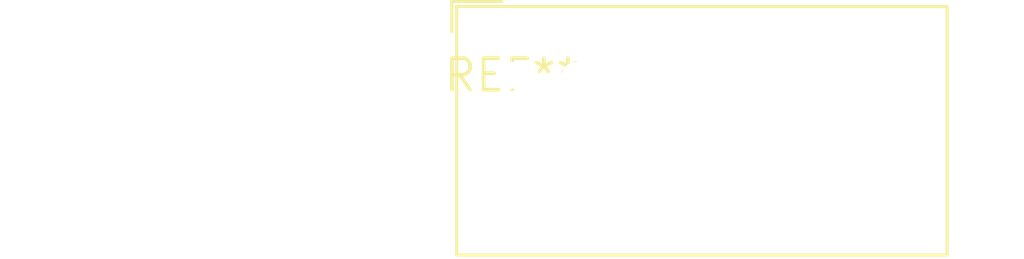
<source format=kicad_pcb>
(kicad_pcb (version 20240108) (generator pcbnew)
  (layers (0 "F.Cu" signal) (31 "B.Cu" signal) (34 "B.Paste" user) (35 "F.Paste" user) (36 "B.SilkS" user "B.Silkscreen") (37 "F.SilkS" user "F.Silkscreen") (38 "B.Mask" user) (39 "F.Mask" user) (44 "Edge.Cuts" user))
  (net 0 "")
  (footprint "Converter_DCDC_muRata_MEJ1SxxxxSC_THT" (layer "F.Cu") (at 0 0)
    (property "Reference" "REF**")
    (property "Value" "Converter_DCDC_muRata_MEJ1SxxxxSC_THT")
    (fp_line (start -2.43 -2.97) (end -2.43 -1.74) (layer "F.SilkS") (stroke (width 0.12)))
    (fp_line (start -2.43 -2.97) (end -0.4 -2.97) (layer "F.SilkS") (stroke (width 0.12)))
    (fp_line (start -2.23 -2.77) (end -2.23 7.23) (layer "F.SilkS") (stroke (width 0.12)))
    (fp_line (start -2.23 7.23) (end 17.47 7.23) (layer "F.SilkS") (stroke (width 0.12)))
    (fp_line (start 17.47 -2.77) (end -2.23 -2.77) (layer "F.SilkS") (stroke (width 0.12)))
    (fp_line (start 17.47 7.23) (end 17.47 -2.77) (layer "F.SilkS") (stroke (width 0.12)))
    (pad "1" thru_hole rect (at 0 0) (size 1.75 1.75) (drill 1.075) (layers *.Cu *.Mask) (remove_unused_layers))
    (pad "2" thru_hole oval (at 2.54 0) (size 1.75 1.75) (drill 1.075) (layers *.Cu *.Mask) (remove_unused_layers))
    (pad "5" thru_hole oval (at 10.16 0) (size 1.75 1.75) (drill 1.075) (layers *.Cu *.Mask) (remove_unused_layers))
    (pad "7" thru_hole oval (at 15.24 0) (size 1.75 1.75) (drill 1.075) (layers *.Cu *.Mask) (remove_unused_layers))
  )
)
</source>
